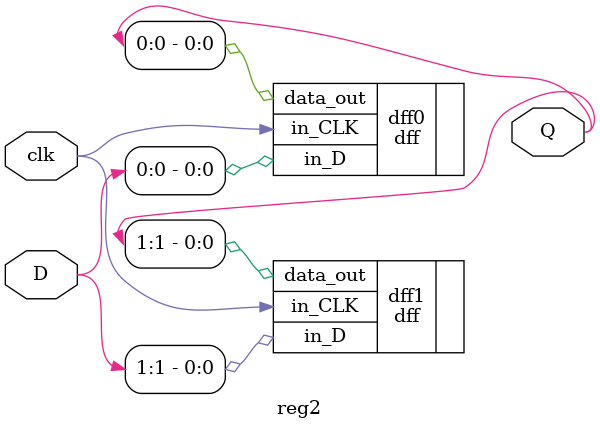
<source format=v>
module reg2(
    input [1:0] D,
    input clk,
    output [1:0] Q
    );
    
dff dff0(
    .in_D(D[0]),
    .in_CLK(clk),
    .data_out(Q[0])
);

dff dff1(
    .in_D(D[1]),
    .in_CLK(clk),
    .data_out(Q[1])
);

endmodule

</source>
